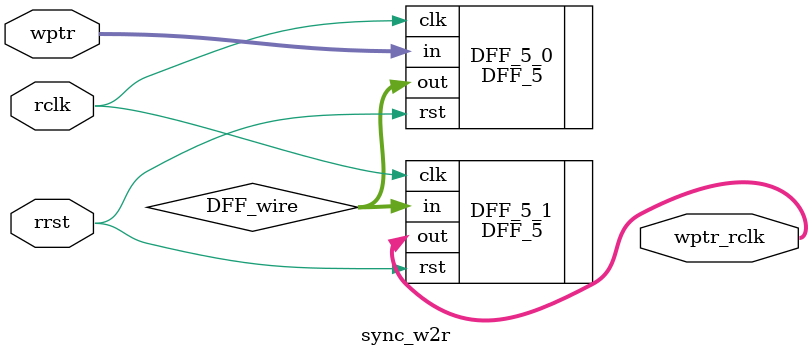
<source format=sv>
module sync_w2r(
        output logic [4:0] wptr_rclk,
        input  logic [4:0] wptr,
        input  rclk, 
        input  rrst
);

logic [4:0] DFF_wire;

DFF_5 DFF_5_0(
        .clk(rclk),
        .rst(rrst),
        .in(wptr),
        .out(DFF_wire)
    );

DFF_5 DFF_5_1(
        .clk(rclk),
        .rst(rrst),
        .in(DFF_wire),
        .out(wptr_rclk)
    );

    

endmodule
</source>
